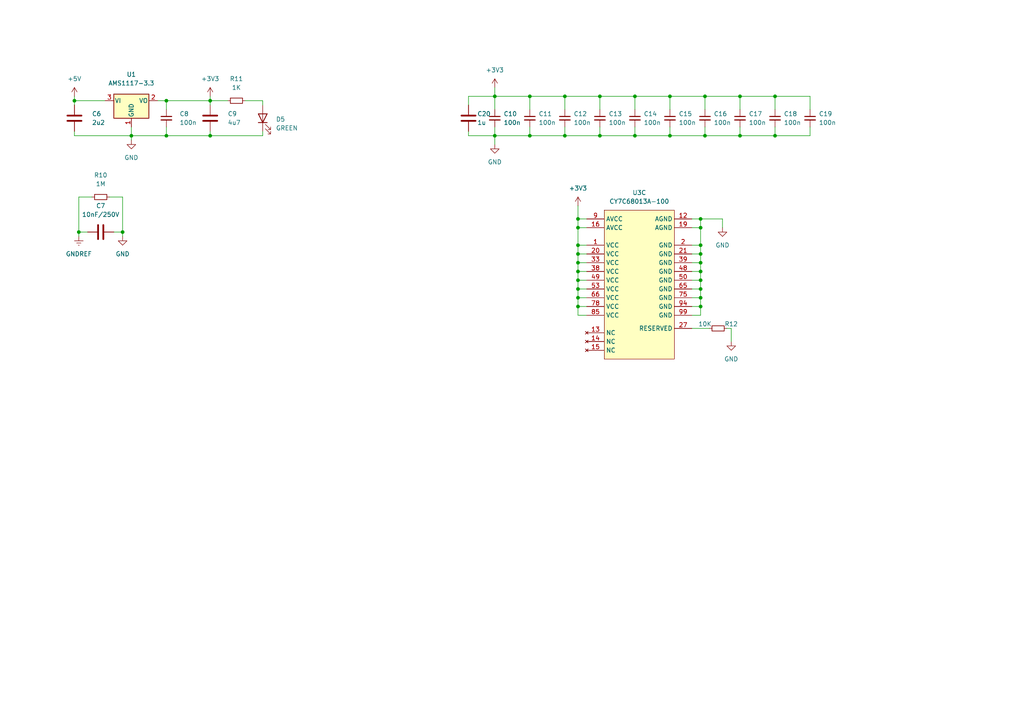
<source format=kicad_sch>
(kicad_sch (version 20230121) (generator eeschema)
  (paper "A4")
  (lib_symbols
    (symbol "CY7C68013A:CY7C68013A-100"
      (property "Reference" "U" (at 0 40.64 0))
      (property "Value" "CY7C68013A-100" (at 0 38.1 0))
      (symbol "CY7C68013A-100_1_1"
        (rectangle (start -16.51 35.56) (end 16.51 -44.45) (fill (type background)))
        (polyline (pts (xy 1.27 10.16) (xy 1.27 -5.08) (xy 5.08 -5.08)))
        (polyline (pts (xy 1.27 17.78) (xy 1.27 33.02) (xy 5.08 33.02)))
        (text "FIFO" (at 1.27 13.97 900) (effects (font (size 1.27 1.27) bold)))
        (pin output line (at -21.59 7.62 0) (length 5.08) (name "XTALOUT") (number "10"))
        (pin output line (at -21.59 -2.54 0) (length 5.08) (name "CLKOUT") (number "100"))
        (pin input line (at -21.59 12.7 0) (length 5.08) (name "XTALIN") (number "11"))
        (pin bidirectional line (at -21.59 33.02 0) (length 5.08) (name "USB_D+") (number "17"))
        (pin bidirectional line (at -21.59 30.48 0) (length 5.08) (name "USB_D-") (number "18"))
        (pin bidirectional line (at -21.59 0 0) (length 5.08) (name "IFCLK") (number "26"))
        (pin bidirectional line (at -21.59 -11.43 0) (length 5.08) (name "SCL") (number "29"))
        (pin input line (at 21.59 -10.16 180) (length 5.08) (name "RDY0/SLRD") (number "3"))
        (pin bidirectional line (at -21.59 -13.97 0) (length 5.08) (name "SDA") (number "30"))
        (pin bidirectional line (at 21.59 33.02 180) (length 5.08) (name "PB0/FD0") (number "34"))
        (pin bidirectional line (at 21.59 30.48 180) (length 5.08) (name "PB1/FD1") (number "35"))
        (pin bidirectional line (at 21.59 27.94 180) (length 5.08) (name "PB2/FD2") (number "36"))
        (pin bidirectional line (at 21.59 25.4 180) (length 5.08) (name "PB3/FD3") (number "37"))
        (pin input line (at 21.59 -12.7 180) (length 5.08) (name "RDY1/SLWR") (number "4"))
        (pin bidirectional line (at 21.59 22.86 180) (length 5.08) (name "PB4/FD4") (number "44"))
        (pin bidirectional line (at 21.59 20.32 180) (length 5.08) (name "PB5/FD5") (number "45"))
        (pin bidirectional line (at 21.59 17.78 180) (length 5.08) (name "PB6/FD6") (number "46"))
        (pin bidirectional line (at 21.59 15.24 180) (length 5.08) (name "PB7/FD7") (number "47"))
        (pin input line (at 21.59 -15.24 180) (length 5.08) (name "RDY2") (number "5"))
        (pin output line (at 21.59 -36.83 180) (length 5.08) (name "CTL3") (number "51"))
        (pin output line (at 21.59 -39.37 180) (length 5.08) (name "CTL4") (number "52"))
        (pin output line (at 21.59 -29.21 180) (length 5.08) (name "CTL0/FLAGA") (number "54"))
        (pin output line (at 21.59 -31.75 180) (length 5.08) (name "CTL1/FLAGB") (number "55"))
        (pin output line (at 21.59 -34.29 180) (length 5.08) (name "CTL2/FLAGC") (number "56"))
        (pin input line (at 21.59 -17.78 180) (length 5.08) (name "RDY3") (number "6"))
        (pin bidirectional line (at -21.59 -24.13 0) (length 5.08) (name "PA0/~{INT0}") (number "67"))
        (pin bidirectional line (at -21.59 -26.67 0) (length 5.08) (name "PA1/~{INT1}") (number "68"))
        (pin bidirectional line (at -21.59 -29.21 0) (length 5.08) (name "PA2/SLOE") (number "69"))
        (pin input line (at 21.59 -20.32 180) (length 5.08) (name "RDY4") (number "7"))
        (pin bidirectional line (at -21.59 -31.75 0) (length 5.08) (name "PA3/WU2") (number "70"))
        (pin bidirectional line (at -21.59 -34.29 0) (length 5.08) (name "PA4/FIFOADR0") (number "71"))
        (pin bidirectional line (at -21.59 -36.83 0) (length 5.08) (name "PA5/FIFOADR1") (number "72"))
        (pin bidirectional line (at -21.59 -39.37 0) (length 5.08) (name "PA6/PKTEND") (number "73"))
        (pin bidirectional line (at -21.59 -41.91 0) (length 5.08) (name "PA7/FLAGD/~{SLCS}") (number "74"))
        (pin output line (at 21.59 -41.91 180) (length 5.08) (name "CTL5") (number "76"))
        (pin input line (at -21.59 22.86 0) (length 5.08) (name "~{RESET}") (number "77"))
        (pin input line (at -21.59 20.32 0) (length 5.08) (name "WAKEUP") (number "79"))
        (pin input line (at 21.59 -22.86 180) (length 5.08) (name "RDY5") (number "8"))
        (pin bidirectional line (at 21.59 12.7 180) (length 5.08) (name "PD0/FD8") (number "80"))
        (pin bidirectional line (at 21.59 10.16 180) (length 5.08) (name "PD1/FD9") (number "81"))
        (pin bidirectional line (at 21.59 7.62 180) (length 5.08) (name "PD2/FD10") (number "82"))
        (pin bidirectional line (at 21.59 5.08 180) (length 5.08) (name "PD3/FD11") (number "83"))
        (pin bidirectional line (at 21.59 2.54 180) (length 5.08) (name "PD4/FD12") (number "95"))
        (pin bidirectional line (at 21.59 0 180) (length 5.08) (name "PD5/FD13") (number "96"))
        (pin bidirectional line (at 21.59 -2.54 180) (length 5.08) (name "PD6/FD14") (number "97"))
        (pin bidirectional line (at 21.59 -5.08 180) (length 5.08) (name "PD5/FD15") (number "98"))
      )
      (symbol "CY7C68013A-100_2_1"
        (rectangle (start -12.7 25.4) (end 13.97 -25.4) (fill (type background)))
        (pin input line (at 19.05 7.62 180) (length 5.08) (name "INT4") (number "22"))
        (pin input line (at 19.05 2.54 180) (length 5.08) (name "T0") (number "23"))
        (pin input line (at 19.05 0 180) (length 5.08) (name "T1") (number "24"))
        (pin input line (at 19.05 -2.54 180) (length 5.08) (name "T2") (number "25"))
        (pin output line (at -17.78 22.86 0) (length 5.08) (name "BKPT") (number "28"))
        (pin output line (at 19.05 -20.32 180) (length 5.08) (name "~{RD}") (number "31"))
        (pin output line (at 19.05 -22.86 180) (length 5.08) (name "~{WR}") (number "32"))
        (pin output line (at 19.05 15.24 180) (length 5.08) (name "TXD0") (number "40"))
        (pin input line (at 19.05 17.78 180) (length 5.08) (name "RXD0") (number "41"))
        (pin output line (at 19.05 10.16 180) (length 5.08) (name "TXD1") (number "42"))
        (pin input line (at 19.05 12.7 180) (length 5.08) (name "RXD1") (number "43"))
        (pin bidirectional line (at -17.78 17.78 0) (length 5.08) (name "PC0/GPIFADR0") (number "57"))
        (pin bidirectional line (at -17.78 15.24 0) (length 5.08) (name "PC1/GPIFADR1") (number "58"))
        (pin bidirectional line (at -17.78 12.7 0) (length 5.08) (name "PC2/GPIFADR2") (number "59"))
        (pin bidirectional line (at -17.78 10.16 0) (length 5.08) (name "PC3/GPIFADR3") (number "60"))
        (pin bidirectional line (at -17.78 7.62 0) (length 5.08) (name "PC4/GPIFADR4") (number "61"))
        (pin bidirectional line (at -17.78 5.08 0) (length 5.08) (name "PC5/GPIFADR5") (number "62"))
        (pin bidirectional line (at -17.78 2.54 0) (length 5.08) (name "PC6/GPIFADR6") (number "63"))
        (pin bidirectional line (at -17.78 0 0) (length 5.08) (name "PC7/GPIFADR7") (number "64"))
        (pin input line (at 19.05 5.08 180) (length 5.08) (name "~{INT5}") (number "84"))
        (pin bidirectional line (at -17.78 -22.86 0) (length 5.08) (name "PE0/T0OUT") (number "86"))
        (pin bidirectional line (at -17.78 -20.32 0) (length 5.08) (name "PE1/T1OUT") (number "87"))
        (pin bidirectional line (at -17.78 -17.78 0) (length 5.08) (name "PE2/T2OUT") (number "88"))
        (pin bidirectional line (at -17.78 -15.24 0) (length 5.08) (name "PE3/RXD0OUT") (number "89"))
        (pin bidirectional line (at -17.78 -12.7 0) (length 5.08) (name "PE4/RXD1OUT") (number "90"))
        (pin bidirectional line (at -17.78 -10.16 0) (length 5.08) (name "PE5/INT6") (number "91"))
        (pin bidirectional line (at -17.78 -7.62 0) (length 5.08) (name "PE6/T2EX") (number "92"))
        (pin bidirectional line (at -17.78 -5.08 0) (length 5.08) (name "PE7/GPIFADR8") (number "93"))
      )
      (symbol "CY7C68013A-100_3_1"
        (rectangle (start -10.16 20.32) (end 10.16 -22.86) (fill (type background)))
        (pin power_in line (at -15.24 10.16 0) (length 5.08) (name "VCC") (number "1"))
        (pin power_in line (at 15.24 17.78 180) (length 5.08) (name "AGND") (number "12"))
        (pin no_connect line (at -15.24 -15.24 0) (length 5.08) (name "NC") (number "13"))
        (pin no_connect line (at -15.24 -17.78 0) (length 5.08) (name "NC") (number "14"))
        (pin no_connect line (at -15.24 -20.32 0) (length 5.08) (name "NC") (number "15"))
        (pin power_in line (at -15.24 15.24 0) (length 5.08) (name "AVCC") (number "16"))
        (pin power_in line (at 15.24 15.24 180) (length 5.08) (name "AGND") (number "19"))
        (pin power_in line (at 15.24 10.16 180) (length 5.08) (name "GND") (number "2"))
        (pin power_in line (at -15.24 7.62 0) (length 5.08) (name "VCC") (number "20"))
        (pin power_in line (at 15.24 7.62 180) (length 5.08) (name "GND") (number "21"))
        (pin power_in line (at 15.24 -13.97 180) (length 5.08) (name "RESERVED") (number "27"))
        (pin power_in line (at -15.24 5.08 0) (length 5.08) (name "VCC") (number "33"))
        (pin power_in line (at -15.24 2.54 0) (length 5.08) (name "VCC") (number "38"))
        (pin power_in line (at 15.24 5.08 180) (length 5.08) (name "GND") (number "39"))
        (pin power_in line (at 15.24 2.54 180) (length 5.08) (name "GND") (number "48"))
        (pin power_in line (at -15.24 0 0) (length 5.08) (name "VCC") (number "49"))
        (pin power_in line (at 15.24 0 180) (length 5.08) (name "GND") (number "50"))
        (pin power_in line (at -15.24 -2.54 0) (length 5.08) (name "VCC") (number "53"))
        (pin power_in line (at 15.24 -2.54 180) (length 5.08) (name "GND") (number "65"))
        (pin power_in line (at -15.24 -5.08 0) (length 5.08) (name "VCC") (number "66"))
        (pin power_in line (at 15.24 -5.08 180) (length 5.08) (name "GND") (number "75"))
        (pin power_in line (at -15.24 -7.62 0) (length 5.08) (name "VCC") (number "78"))
        (pin power_in line (at -15.24 -10.16 0) (length 5.08) (name "VCC") (number "85"))
        (pin power_in line (at -15.24 17.78 0) (length 5.08) (name "AVCC") (number "9"))
        (pin power_in line (at 15.24 -7.62 180) (length 5.08) (name "GND") (number "94"))
        (pin power_in line (at 15.24 -10.16 180) (length 5.08) (name "GND") (number "99"))
      )
    )
    (symbol "Device:C" (pin_numbers hide) (pin_names (offset 0.254))
      (property "Reference" "C" (at 0.635 2.54 0))
      (property "Value" "C" (at 0.635 -2.54 0))
      (symbol "C_0_1"
        (polyline (pts (xy -2.032 -0.762) (xy 2.032 -0.762)) (stroke (width 0.508)))
        (polyline (pts (xy -2.032 0.762) (xy 2.032 0.762)) (stroke (width 0.508)))
      )
      (symbol "C_1_1"
        (pin passive line (at 0 3.81 270) (length 2.794) (name "~") (number "1"))
        (pin passive line (at 0 -3.81 90) (length 2.794) (name "~") (number "2"))
      )
    )
    (symbol "Device:C_Small" (pin_numbers hide) (pin_names (offset 0.254) hide)
      (property "Reference" "C" (at 0.254 1.778 0))
      (property "Value" "C_Small" (at 0.254 -2.032 0))
      (symbol "C_Small_0_1"
        (polyline (pts (xy -1.524 -0.508) (xy 1.524 -0.508)) (stroke (width 0.3302)))
        (polyline (pts (xy -1.524 0.508) (xy 1.524 0.508)) (stroke (width 0.3048)))
      )
      (symbol "C_Small_1_1"
        (pin passive line (at 0 2.54 270) (length 2.032) (name "~") (number "1"))
        (pin passive line (at 0 -2.54 90) (length 2.032) (name "~") (number "2"))
      )
    )
    (symbol "Device:LED" (pin_numbers hide) (pin_names (offset 1.016) hide)
      (property "Reference" "D" (at 0 2.54 0))
      (property "Value" "LED" (at 0 -2.54 0))
      (symbol "LED_0_1"
        (polyline (pts (xy -1.27 -1.27) (xy -1.27 1.27)) (stroke (width 0.254)))
        (polyline (pts (xy -1.27 0) (xy 1.27 0)))
        (polyline (pts (xy 1.27 -1.27) (xy 1.27 1.27) (xy -1.27 0) (xy 1.27 -1.27)) (stroke (width 0.254)))
        (polyline (pts (xy -3.048 -0.762) (xy -4.572 -2.286) (xy -3.81 -2.286) (xy -4.572 -2.286) (xy -4.572 -1.524)))
        (polyline (pts (xy -1.778 -0.762) (xy -3.302 -2.286) (xy -2.54 -2.286) (xy -3.302 -2.286) (xy -3.302 -1.524)))
      )
      (symbol "LED_1_1"
        (pin passive line (at -3.81 0 0) (length 2.54) (name "K") (number "1"))
        (pin passive line (at 3.81 0 180) (length 2.54) (name "A") (number "2"))
      )
    )
    (symbol "Device:R_Small" (pin_numbers hide) (pin_names (offset 0.254) hide)
      (property "Reference" "R" (at 0.762 0.508 0))
      (property "Value" "R_Small" (at 0.762 -1.016 0))
      (symbol "R_Small_0_1"
        (rectangle (start -0.762 1.778) (end 0.762 -1.778) (stroke (width 0.2032)))
      )
      (symbol "R_Small_1_1"
        (pin passive line (at 0 2.54 270) (length 0.762) (name "~") (number "1"))
        (pin passive line (at 0 -2.54 90) (length 0.762) (name "~") (number "2"))
      )
    )
    (symbol "Regulator_Linear:AMS1117-3.3" (pin_names (offset 0.254))
      (property "Reference" "U" (at -3.81 3.175 0))
      (property "Value" "AMS1117-3.3" (at 0 3.175 0))
      (symbol "AMS1117-3.3_0_1"
        (rectangle (start -5.08 -5.08) (end 5.08 1.905) (stroke (width 0.254)) (fill (type background)))
      )
      (symbol "AMS1117-3.3_1_1"
        (pin power_in line (at 0 -7.62 90) (length 2.54) (name "GND") (number "1"))
        (pin power_out line (at 7.62 0 180) (length 2.54) (name "VO") (number "2"))
        (pin power_in line (at -7.62 0 0) (length 2.54) (name "VI") (number "3"))
      )
    )
    (symbol "power:+3V3" (power) (pin_names (offset 0))
      (property "Value" "+3V3" (at 0 3.556 0))
      (symbol "+3V3_0_1"
        (polyline (pts (xy -0.762 1.27) (xy 0 2.54)))
        (polyline (pts (xy 0 0) (xy 0 2.54)))
        (polyline (pts (xy 0 2.54) (xy 0.762 1.27)))
      )
      (symbol "+3V3_1_1"
        (pin power_in line (at 0 0 90) (length 0) hide (name "+3V3") (number "1"))
      )
    )
    (symbol "power:+5V" (power) (pin_names (offset 0))
      (property "Value" "+5V" (at 0 3.556 0))
      (symbol "+5V_0_1"
        (polyline (pts (xy -0.762 1.27) (xy 0 2.54)))
        (polyline (pts (xy 0 0) (xy 0 2.54)))
        (polyline (pts (xy 0 2.54) (xy 0.762 1.27)))
      )
      (symbol "+5V_1_1"
        (pin power_in line (at 0 0 90) (length 0) hide (name "+5V") (number "1"))
      )
    )
    (symbol "power:GND" (power) (pin_names (offset 0))
      (property "Value" "GND" (at 0 -3.81 0))
      (symbol "GND_0_1"
        (polyline (pts (xy 0 0) (xy 0 -1.27) (xy 1.27 -1.27) (xy 0 -2.54) (xy -1.27 -1.27) (xy 0 -1.27)))
      )
      (symbol "GND_1_1"
        (pin power_in line (at 0 0 270) (length 0) hide (name "GND") (number "1"))
      )
    )
    (symbol "power:GNDREF" (power) (pin_names (offset 0))
      (property "Value" "GNDREF" (at 0 -3.81 0))
      (symbol "GNDREF_0_1"
        (polyline (pts (xy -0.635 -1.905) (xy 0.635 -1.905)))
        (polyline (pts (xy -0.127 -2.54) (xy 0.127 -2.54)))
        (polyline (pts (xy 0 -1.27) (xy 0 0)))
        (polyline (pts (xy 1.27 -1.27) (xy -1.27 -1.27)))
      )
      (symbol "GNDREF_1_1"
        (pin power_in line (at 0 0 270) (length 0) hide (name "GNDREF") (number "1"))
      )
    )
  )
  (junction (at 167.64 86.36))
  (junction (at 163.83 39.37))
  (junction (at 167.64 66.04))
  (junction (at 167.64 63.5))
  (junction (at 204.47 39.37))
  (junction (at 21.59 29.21))
  (junction (at 167.64 83.82))
  (junction (at 203.2 76.2))
  (junction (at 203.2 81.28))
  (junction (at 35.56 67.31))
  (junction (at 60.96 39.37))
  (junction (at 173.99 39.37))
  (junction (at 184.15 27.94))
  (junction (at 224.79 39.37))
  (junction (at 173.99 27.94))
  (junction (at 203.2 86.36))
  (junction (at 203.2 83.82))
  (junction (at 167.64 88.9))
  (junction (at 48.26 29.21))
  (junction (at 48.26 39.37))
  (junction (at 194.31 39.37))
  (junction (at 143.51 27.94))
  (junction (at 214.63 27.94))
  (junction (at 153.67 39.37))
  (junction (at 203.2 88.9))
  (junction (at 60.96 29.21))
  (junction (at 184.15 39.37))
  (junction (at 22.86 67.31))
  (junction (at 204.47 27.94))
  (junction (at 203.2 78.74))
  (junction (at 167.64 71.12))
  (junction (at 203.2 66.04))
  (junction (at 224.79 27.94))
  (junction (at 163.83 27.94))
  (junction (at 194.31 27.94))
  (junction (at 167.64 81.28))
  (junction (at 167.64 73.66))
  (junction (at 203.2 63.5))
  (junction (at 143.51 39.37))
  (junction (at 153.67 27.94))
  (junction (at 214.63 39.37))
  (junction (at 38.1 39.37))
  (junction (at 203.2 73.66))
  (junction (at 167.64 78.74))
  (junction (at 203.2 71.12))
  (junction (at 167.64 76.2))
  (wire (pts (xy 21.59 29.21) (xy 21.59 30.48)))
  (wire (pts (xy 194.31 36.83) (xy 194.31 39.37)))
  (wire (pts (xy 48.26 36.83) (xy 48.26 39.37)))
  (wire (pts (xy 30.48 29.21) (xy 21.59 29.21)))
  (wire (pts (xy 214.63 36.83) (xy 214.63 39.37)))
  (wire (pts (xy 200.66 86.36) (xy 203.2 86.36)))
  (wire (pts (xy 214.63 39.37) (xy 224.79 39.37)))
  (wire (pts (xy 31.75 57.15) (xy 35.56 57.15)))
  (wire (pts (xy 173.99 39.37) (xy 184.15 39.37)))
  (wire (pts (xy 224.79 36.83) (xy 224.79 39.37)))
  (wire (pts (xy 167.64 81.28) (xy 167.64 83.82)))
  (wire (pts (xy 48.26 29.21) (xy 60.96 29.21)))
  (wire (pts (xy 203.2 71.12) (xy 203.2 73.66)))
  (wire (pts (xy 26.67 57.15) (xy 22.86 57.15)))
  (wire (pts (xy 167.64 88.9) (xy 170.18 88.9)))
  (wire (pts (xy 173.99 27.94) (xy 173.99 31.75)))
  (wire (pts (xy 214.63 27.94) (xy 224.79 27.94)))
  (wire (pts (xy 224.79 27.94) (xy 234.95 27.94)))
  (wire (pts (xy 167.64 81.28) (xy 170.18 81.28)))
  (wire (pts (xy 135.89 39.37) (xy 143.51 39.37)))
  (wire (pts (xy 22.86 67.31) (xy 25.4 67.31)))
  (wire (pts (xy 167.64 83.82) (xy 170.18 83.82)))
  (wire (pts (xy 153.67 27.94) (xy 163.83 27.94)))
  (wire (pts (xy 163.83 39.37) (xy 173.99 39.37)))
  (wire (pts (xy 200.66 81.28) (xy 203.2 81.28)))
  (wire (pts (xy 143.51 27.94) (xy 143.51 31.75)))
  (wire (pts (xy 234.95 36.83) (xy 234.95 39.37)))
  (wire (pts (xy 209.55 63.5) (xy 203.2 63.5)))
  (wire (pts (xy 167.64 76.2) (xy 170.18 76.2)))
  (wire (pts (xy 35.56 57.15) (xy 35.56 67.31)))
  (wire (pts (xy 173.99 36.83) (xy 173.99 39.37)))
  (wire (pts (xy 167.64 78.74) (xy 170.18 78.74)))
  (wire (pts (xy 167.64 86.36) (xy 167.64 88.9)))
  (wire (pts (xy 203.2 81.28) (xy 203.2 83.82)))
  (wire (pts (xy 200.66 91.44) (xy 203.2 91.44)))
  (wire (pts (xy 167.64 86.36) (xy 170.18 86.36)))
  (wire (pts (xy 135.89 27.94) (xy 143.51 27.94)))
  (wire (pts (xy 204.47 27.94) (xy 214.63 27.94)))
  (wire (pts (xy 153.67 27.94) (xy 153.67 31.75)))
  (wire (pts (xy 71.12 29.21) (xy 76.2 29.21)))
  (wire (pts (xy 200.66 83.82) (xy 203.2 83.82)))
  (wire (pts (xy 143.51 25.4) (xy 143.51 27.94)))
  (wire (pts (xy 76.2 38.1) (xy 76.2 39.37)))
  (wire (pts (xy 194.31 27.94) (xy 194.31 31.75)))
  (wire (pts (xy 200.66 71.12) (xy 203.2 71.12)))
  (wire (pts (xy 200.66 73.66) (xy 203.2 73.66)))
  (wire (pts (xy 135.89 30.48) (xy 135.89 27.94)))
  (wire (pts (xy 21.59 27.94) (xy 21.59 29.21)))
  (wire (pts (xy 143.51 27.94) (xy 153.67 27.94)))
  (wire (pts (xy 200.66 66.04) (xy 203.2 66.04)))
  (wire (pts (xy 210.82 95.25) (xy 212.09 95.25)))
  (wire (pts (xy 184.15 39.37) (xy 194.31 39.37)))
  (wire (pts (xy 224.79 27.94) (xy 224.79 31.75)))
  (wire (pts (xy 200.66 95.25) (xy 205.74 95.25)))
  (wire (pts (xy 22.86 57.15) (xy 22.86 67.31)))
  (wire (pts (xy 60.96 29.21) (xy 60.96 30.48)))
  (wire (pts (xy 200.66 76.2) (xy 203.2 76.2)))
  (wire (pts (xy 184.15 36.83) (xy 184.15 39.37)))
  (wire (pts (xy 21.59 38.1) (xy 21.59 39.37)))
  (wire (pts (xy 203.2 66.04) (xy 203.2 71.12)))
  (wire (pts (xy 203.2 88.9) (xy 203.2 91.44)))
  (wire (pts (xy 194.31 39.37) (xy 204.47 39.37)))
  (wire (pts (xy 204.47 39.37) (xy 214.63 39.37)))
  (wire (pts (xy 167.64 59.69) (xy 167.64 63.5)))
  (wire (pts (xy 135.89 38.1) (xy 135.89 39.37)))
  (wire (pts (xy 194.31 27.94) (xy 204.47 27.94)))
  (wire (pts (xy 167.64 66.04) (xy 167.64 71.12)))
  (wire (pts (xy 143.51 39.37) (xy 153.67 39.37)))
  (wire (pts (xy 173.99 27.94) (xy 184.15 27.94)))
  (wire (pts (xy 167.64 63.5) (xy 167.64 66.04)))
  (wire (pts (xy 167.64 78.74) (xy 167.64 81.28)))
  (wire (pts (xy 200.66 78.74) (xy 203.2 78.74)))
  (wire (pts (xy 163.83 27.94) (xy 163.83 31.75)))
  (wire (pts (xy 203.2 76.2) (xy 203.2 78.74)))
  (wire (pts (xy 203.2 63.5) (xy 203.2 66.04)))
  (wire (pts (xy 204.47 27.94) (xy 204.47 31.75)))
  (wire (pts (xy 153.67 36.83) (xy 153.67 39.37)))
  (wire (pts (xy 203.2 86.36) (xy 203.2 88.9)))
  (wire (pts (xy 234.95 27.94) (xy 234.95 31.75)))
  (wire (pts (xy 167.64 88.9) (xy 167.64 91.44)))
  (wire (pts (xy 167.64 63.5) (xy 170.18 63.5)))
  (wire (pts (xy 22.86 67.31) (xy 22.86 68.58)))
  (wire (pts (xy 163.83 27.94) (xy 173.99 27.94)))
  (wire (pts (xy 212.09 95.25) (xy 212.09 99.06)))
  (wire (pts (xy 203.2 73.66) (xy 203.2 76.2)))
  (wire (pts (xy 184.15 27.94) (xy 184.15 31.75)))
  (wire (pts (xy 167.64 73.66) (xy 167.64 76.2)))
  (wire (pts (xy 167.64 76.2) (xy 167.64 78.74)))
  (wire (pts (xy 48.26 39.37) (xy 60.96 39.37)))
  (wire (pts (xy 38.1 39.37) (xy 48.26 39.37)))
  (wire (pts (xy 167.64 66.04) (xy 170.18 66.04)))
  (wire (pts (xy 214.63 27.94) (xy 214.63 31.75)))
  (wire (pts (xy 76.2 39.37) (xy 60.96 39.37)))
  (wire (pts (xy 143.51 36.83) (xy 143.51 39.37)))
  (wire (pts (xy 167.64 83.82) (xy 167.64 86.36)))
  (wire (pts (xy 143.51 39.37) (xy 143.51 41.91)))
  (wire (pts (xy 200.66 88.9) (xy 203.2 88.9)))
  (wire (pts (xy 76.2 29.21) (xy 76.2 30.48)))
  (wire (pts (xy 224.79 39.37) (xy 234.95 39.37)))
  (wire (pts (xy 60.96 29.21) (xy 66.04 29.21)))
  (wire (pts (xy 45.72 29.21) (xy 48.26 29.21)))
  (wire (pts (xy 203.2 78.74) (xy 203.2 81.28)))
  (wire (pts (xy 184.15 27.94) (xy 194.31 27.94)))
  (wire (pts (xy 209.55 66.04) (xy 209.55 63.5)))
  (wire (pts (xy 167.64 71.12) (xy 170.18 71.12)))
  (wire (pts (xy 38.1 36.83) (xy 38.1 39.37)))
  (wire (pts (xy 167.64 73.66) (xy 170.18 73.66)))
  (wire (pts (xy 153.67 39.37) (xy 163.83 39.37)))
  (wire (pts (xy 60.96 27.94) (xy 60.96 29.21)))
  (wire (pts (xy 35.56 67.31) (xy 35.56 68.58)))
  (wire (pts (xy 204.47 36.83) (xy 204.47 39.37)))
  (wire (pts (xy 167.64 71.12) (xy 167.64 73.66)))
  (wire (pts (xy 38.1 39.37) (xy 38.1 40.64)))
  (wire (pts (xy 21.59 39.37) (xy 38.1 39.37)))
  (wire (pts (xy 60.96 38.1) (xy 60.96 39.37)))
  (wire (pts (xy 200.66 63.5) (xy 203.2 63.5)))
  (wire (pts (xy 167.64 91.44) (xy 170.18 91.44)))
  (wire (pts (xy 203.2 83.82) (xy 203.2 86.36)))
  (wire (pts (xy 48.26 29.21) (xy 48.26 31.75)))
  (wire (pts (xy 35.56 67.31) (xy 33.02 67.31)))
  (wire (pts (xy 163.83 36.83) (xy 163.83 39.37)))
  (symbol (lib_id "power:+5V") (at 21.59 27.94 0) (unit 1)
    (property "Reference" "#PWR011" (effects hide))
    (property "Value" "+5V" (at 21.59 22.86 0))
  )
  (symbol (lib_id "Device:C_Small") (at 224.79 34.29 0) (unit 1)
    (property "Reference" "C18" (at 227.33 33.0262 0) (effects (justify left)))
    (property "Value" "100n" (at 227.33 35.5662 0) (effects (justify left)))
    (property "Footprint" "Capacitor_SMD:C_0402_1005Metric" (effects hide))
    (property "LCSC Part Number" "C307331" (effects hide))
  )
  (symbol (lib_id "Device:C") (at 29.21 67.31 90) (unit 1)
    (property "Reference" "C7" (at 29.21 59.69 90))
    (property "Value" "10nF/250V" (at 29.21 62.23 90))
    (property "Footprint" "Capacitor_SMD:C_0603_1608Metric" (effects hide))
    (property "LCSC Part Number" "C336636" (effects hide))
  )
  (symbol (lib_id "Device:C_Small") (at 184.15 34.29 0) (unit 1)
    (property "Reference" "C14" (at 186.69 33.0262 0) (effects (justify left)))
    (property "Value" "100n" (at 186.69 35.5662 0) (effects (justify left)))
    (property "Footprint" "Capacitor_SMD:C_0402_1005Metric" (effects hide))
    (property "LCSC Part Number" "C307331" (effects hide))
  )
  (symbol (lib_id "Device:C_Small") (at 143.51 34.29 0) (unit 1)
    (property "Reference" "C10" (at 146.05 33.0262 0) (effects (justify left)))
    (property "Value" "100n" (at 146.05 35.5662 0) (effects (justify left)))
    (property "Footprint" "Capacitor_SMD:C_0402_1005Metric" (effects hide))
    (property "LCSC Part Number" "C307331" (effects hide))
  )
  (symbol (lib_id "Device:C_Small") (at 163.83 34.29 0) (unit 1)
    (property "Reference" "C12" (at 166.37 33.0262 0) (effects (justify left)))
    (property "Value" "100n" (at 166.37 35.5662 0) (effects (justify left)))
    (property "Footprint" "Capacitor_SMD:C_0402_1005Metric" (effects hide))
    (property "LCSC Part Number" "C307331" (effects hide))
  )
  (symbol (lib_id "Device:C") (at 135.89 34.29 0) (unit 1)
    (property "Reference" "C20" (at 138.43 33.02 0) (effects (justify left)))
    (property "Value" "1u" (at 138.43 35.56 0) (effects (justify left)))
    (property "Footprint" "Capacitor_SMD:C_0603_1608Metric" (effects hide))
    (property "LCSC Part Number" "C15849" (effects hide))
  )
  (symbol (lib_id "power:+3V3") (at 60.96 27.94 0) (unit 1)
    (property "Reference" "#PWR015" (effects hide))
    (property "Value" "+3V3" (at 60.96 22.86 0))
  )
  (symbol (lib_id "Device:C_Small") (at 214.63 34.29 0) (unit 1)
    (property "Reference" "C17" (at 217.17 33.0262 0) (effects (justify left)))
    (property "Value" "100n" (at 217.17 35.5662 0) (effects (justify left)))
    (property "Footprint" "Capacitor_SMD:C_0402_1005Metric" (effects hide))
    (property "LCSC Part Number" "C307331" (effects hide))
  )
  (symbol (lib_id "power:GND") (at 38.1 40.64 0) (unit 1)
    (property "Reference" "#PWR014" (effects hide))
    (property "Value" "GND" (at 38.1 45.72 0))
  )
  (symbol (lib_id "power:GND") (at 212.09 99.06 0) (unit 1)
    (property "Reference" "#PWR019" (effects hide))
    (property "Value" "GND" (at 212.09 104.14 0))
  )
  (symbol (lib_id "Device:C_Small") (at 48.26 34.29 0) (unit 1)
    (property "Reference" "C8" (at 52.07 33.0262 0) (effects (justify left)))
    (property "Value" "100n" (at 52.07 35.5662 0) (effects (justify left)))
    (property "Footprint" "Capacitor_SMD:C_0402_1005Metric" (effects hide))
    (property "LCSC Part Number" "C307331" (effects hide))
  )
  (symbol (lib_id "Device:C_Small") (at 204.47 34.29 0) (unit 1)
    (property "Reference" "C16" (at 207.01 33.0262 0) (effects (justify left)))
    (property "Value" "100n" (at 207.01 35.5662 0) (effects (justify left)))
    (property "Footprint" "Capacitor_SMD:C_0402_1005Metric" (effects hide))
    (property "LCSC Part Number" "C307331" (effects hide))
  )
  (symbol (lib_id "power:GNDREF") (at 22.86 68.58 0) (unit 1)
    (property "Reference" "#PWR012" (effects hide))
    (property "Value" "GNDREF" (at 22.86 73.66 0))
  )
  (symbol (lib_id "Device:LED") (at 76.2 34.29 90) (unit 1)
    (property "Reference" "D5" (at 80.01 34.6074 90) (effects (justify right)))
    (property "Value" "GREEN" (at 80.01 37.1474 90) (effects (justify right)))
    (property "Footprint" "LED_SMD:LED_0805_2012Metric" (effects hide))
    (property "LCSC Part Number" "C2297" (effects hide))
  )
  (symbol (lib_id "Device:R_Small") (at 68.58 29.21 90) (unit 1)
    (property "Reference" "R11" (at 68.58 22.86 90))
    (property "Value" "1K" (at 68.58 25.4 90))
    (property "Footprint" "Resistor_SMD:R_0402_1005Metric" (effects hide))
    (property "LCSC Part Number" "C11702" (effects hide))
  )
  (symbol (lib_id "Device:C_Small") (at 173.99 34.29 0) (unit 1)
    (property "Reference" "C13" (at 176.53 33.0262 0) (effects (justify left)))
    (property "Value" "100n" (at 176.53 35.5662 0) (effects (justify left)))
    (property "Footprint" "Capacitor_SMD:C_0402_1005Metric" (effects hide))
    (property "LCSC Part Number" "C307331" (effects hide))
  )
  (symbol (lib_id "Device:R_Small") (at 208.28 95.25 90) (unit 1)
    (property "Reference" "R12" (at 212.09 93.98 90))
    (property "Value" "10K" (at 204.47 93.98 90))
    (property "Footprint" "Resistor_SMD:R_0402_1005Metric" (effects hide))
    (property "LCSC Part Number" "C25744" (effects hide))
  )
  (symbol (lib_id "Device:R_Small") (at 29.21 57.15 90) (unit 1)
    (property "Reference" "R10" (at 29.21 50.8 90))
    (property "Value" "1M" (at 29.21 53.34 90))
    (property "Footprint" "Resistor_SMD:R_0402_1005Metric" (effects hide))
    (property "LCSC Part Number" "C26083" (effects hide))
  )
  (symbol (lib_id "Device:C_Small") (at 194.31 34.29 0) (unit 1)
    (property "Reference" "C15" (at 196.85 33.0262 0) (effects (justify left)))
    (property "Value" "100n" (at 196.85 35.5662 0) (effects (justify left)))
    (property "Footprint" "Capacitor_SMD:C_0402_1005Metric" (effects hide))
    (property "LCSC Part Number" "C307331" (effects hide))
  )
  (symbol (lib_id "Regulator_Linear:AMS1117-3.3") (at 38.1 29.21 0) (unit 1)
    (property "Reference" "U1" (at 38.1 21.59 0))
    (property "Value" "AMS1117-3.3" (at 38.1 24.13 0))
    (property "Footprint" "Package_TO_SOT_SMD:SOT-223-3_TabPin2" (effects hide))
    (property "Datasheet" "http://www.advanced-monolithic.com/pdf/ds1117.pdf" (effects hide))
    (property "LCSC Part Number" "C6186" (effects hide))
  )
  (symbol (lib_id "CY7C68013A:CY7C68013A-100") (at 185.42 81.28 0) (unit 3)
    (property "Reference" "U3" (at 185.42 55.88 0))
    (property "Value" "CY7C68013A-100" (at 185.42 58.42 0))
    (property "Footprint" "Package_QFP:PQFP-100_14x20mm_P0.65mm" (effects hide))
    (property "LCSC Part Number" "C9926" (effects hide))
  )
  (symbol (lib_id "Device:C") (at 60.96 34.29 0) (unit 1)
    (property "Reference" "C9" (at 66.04 33.0199 0) (effects (justify left)))
    (property "Value" "4u7" (at 66.04 35.5599 0) (effects (justify left)))
    (property "Footprint" "Capacitor_SMD:C_0805_2012Metric" (effects hide))
    (property "LCSC Part Number" "C1779" (effects hide))
  )
  (symbol (lib_id "Device:C") (at 21.59 34.29 0) (unit 1)
    (property "Reference" "C6" (at 26.67 33.0199 0) (effects (justify left)))
    (property "Value" "2u2" (at 26.67 35.5599 0) (effects (justify left)))
    (property "Footprint" "Capacitor_SMD:C_0805_2012Metric" (effects hide))
    (property "LCSC Part Number" "C49217" (effects hide))
  )
  (symbol (lib_id "power:GND") (at 209.55 66.04 0) (unit 1)
    (property "Reference" "#PWR0106" (effects hide))
    (property "Value" "GND" (at 209.55 71.12 0))
  )
  (symbol (lib_id "power:GND") (at 143.51 41.91 0) (unit 1)
    (property "Reference" "#PWR017" (effects hide))
    (property "Value" "GND" (at 143.51 46.99 0))
  )
  (symbol (lib_id "Device:C_Small") (at 153.67 34.29 0) (unit 1)
    (property "Reference" "C11" (at 156.21 33.0262 0) (effects (justify left)))
    (property "Value" "100n" (at 156.21 35.5662 0) (effects (justify left)))
    (property "Footprint" "Capacitor_SMD:C_0402_1005Metric" (effects hide))
    (property "LCSC Part Number" "C307331" (effects hide))
  )
  (symbol (lib_id "Device:C_Small") (at 234.95 34.29 0) (unit 1)
    (property "Reference" "C19" (at 237.49 33.0262 0) (effects (justify left)))
    (property "Value" "100n" (at 237.49 35.5662 0) (effects (justify left)))
    (property "Footprint" "Capacitor_SMD:C_0402_1005Metric" (effects hide))
    (property "LCSC Part Number" "C307331" (effects hide))
  )
  (symbol (lib_id "power:+3V3") (at 143.51 25.4 0) (unit 1)
    (property "Reference" "#PWR016" (effects hide))
    (property "Value" "+3V3" (at 143.51 20.32 0))
  )
  (symbol (lib_id "power:GND") (at 35.56 68.58 0) (unit 1)
    (property "Reference" "#PWR013" (effects hide))
    (property "Value" "GND" (at 35.56 73.66 0))
  )
  (symbol (lib_id "power:+3V3") (at 167.64 59.69 0) (unit 1)
    (property "Reference" "#PWR018" (effects hide))
    (property "Value" "+3V3" (at 167.64 54.61 0))
  )
)
</source>
